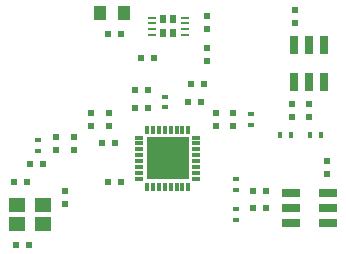
<source format=gtp>
G04 #@! TF.FileFunction,Paste,Top*
%FSLAX46Y46*%
G04 Gerber Fmt 4.6, Leading zero omitted, Abs format (unit mm)*
G04 Created by KiCad (PCBNEW 4.0.2-stable) date Sun 06 Mar 2016 06:46:28 PM HST*
%MOMM*%
G01*
G04 APERTURE LIST*
%ADD10C,0.100000*%
%ADD11R,0.600000X0.500000*%
%ADD12R,0.600000X0.400000*%
%ADD13R,1.000000X1.250000*%
%ADD14R,0.500000X0.600000*%
%ADD15R,0.400000X0.600000*%
%ADD16R,0.700000X0.250000*%
%ADD17R,0.498000X0.714000*%
%ADD18R,1.650000X0.760000*%
%ADD19R,0.760000X1.650000*%
%ADD20R,0.300000X0.700000*%
%ADD21R,0.700000X0.300000*%
%ADD22R,3.600000X3.600000*%
%ADD23R,1.400000X1.200000*%
G04 APERTURE END LIST*
D10*
D11*
X134900000Y-107600000D03*
X136000000Y-107600000D03*
X143800000Y-89750000D03*
X142700000Y-89750000D03*
D12*
X153550000Y-102050000D03*
X153550000Y-102950000D03*
D11*
X156100000Y-103000000D03*
X155000000Y-103000000D03*
D13*
X144050000Y-88000000D03*
X142050000Y-88000000D03*
D11*
X145500000Y-91750000D03*
X146600000Y-91750000D03*
D14*
X151050000Y-90950000D03*
X151050000Y-92050000D03*
X151050000Y-88250000D03*
X151050000Y-89350000D03*
D11*
X156100000Y-104500000D03*
X155000000Y-104500000D03*
D14*
X159750000Y-95700000D03*
X159750000Y-96800000D03*
X158250000Y-95700000D03*
X158250000Y-96800000D03*
X161250000Y-101550000D03*
X161250000Y-100450000D03*
D11*
X149500000Y-95500000D03*
X150600000Y-95500000D03*
D14*
X158500000Y-88800000D03*
X158500000Y-87700000D03*
D11*
X142700000Y-102250000D03*
X143800000Y-102250000D03*
X142200000Y-99000000D03*
X143300000Y-99000000D03*
D14*
X142750000Y-96450000D03*
X142750000Y-97550000D03*
X141250000Y-96450000D03*
X141250000Y-97550000D03*
D11*
X144950000Y-96000000D03*
X146050000Y-96000000D03*
X144950000Y-94500000D03*
X146050000Y-94500000D03*
D12*
X153550000Y-105450000D03*
X153550000Y-104550000D03*
D15*
X160700000Y-98250000D03*
X159800000Y-98250000D03*
X157300000Y-98250000D03*
X158200000Y-98250000D03*
D12*
X147500000Y-95050000D03*
X147500000Y-95950000D03*
D16*
X146400000Y-88345000D03*
X146400000Y-88845000D03*
X146400000Y-89345000D03*
X146400000Y-89845000D03*
X149200000Y-89845000D03*
X149200000Y-89345000D03*
X149200000Y-88845000D03*
X149200000Y-88345000D03*
D17*
X148215000Y-89690000D03*
X148215000Y-88500000D03*
X147385000Y-89690000D03*
X147385000Y-88500000D03*
D18*
X158160000Y-104500000D03*
X158160000Y-103230000D03*
X161340000Y-103230000D03*
X161340000Y-104500000D03*
X161340000Y-105770000D03*
X158160000Y-105770000D03*
D19*
X159750000Y-93840000D03*
X158480000Y-93840000D03*
X158480000Y-90660000D03*
X159750000Y-90660000D03*
X161020000Y-90660000D03*
X161020000Y-93840000D03*
D20*
X146000000Y-102650000D03*
X146500000Y-102650000D03*
X147000000Y-102650000D03*
X147500000Y-102650000D03*
X148000000Y-102650000D03*
X148500000Y-102650000D03*
X149000000Y-102650000D03*
X149500000Y-102650000D03*
D21*
X150150000Y-102000000D03*
X150150000Y-101500000D03*
X150150000Y-101000000D03*
X150150000Y-100500000D03*
X150150000Y-100000000D03*
X150150000Y-99500000D03*
X150150000Y-99000000D03*
X150150000Y-98500000D03*
D20*
X149500000Y-97850000D03*
X149000000Y-97850000D03*
X148500000Y-97850000D03*
X148000000Y-97850000D03*
X147500000Y-97850000D03*
X147000000Y-97850000D03*
X146500000Y-97850000D03*
X146000000Y-97850000D03*
D21*
X145350000Y-98500000D03*
X145350000Y-99000000D03*
X145350000Y-99500000D03*
X145350000Y-100000000D03*
X145350000Y-100500000D03*
X145350000Y-101000000D03*
X145350000Y-101500000D03*
X145350000Y-102000000D03*
D22*
X147750000Y-100250000D03*
D11*
X149700000Y-94000000D03*
X150800000Y-94000000D03*
X135800000Y-102250000D03*
X134700000Y-102250000D03*
D14*
X139050000Y-104150000D03*
X139050000Y-103050000D03*
D11*
X136050000Y-100750000D03*
X137150000Y-100750000D03*
D14*
X139800000Y-99550000D03*
X139800000Y-98450000D03*
X153300000Y-97550000D03*
X153300000Y-96450000D03*
X138300000Y-99550000D03*
X138300000Y-98450000D03*
X151800000Y-97550000D03*
X151800000Y-96450000D03*
D12*
X154800000Y-97450000D03*
X154800000Y-96550000D03*
X136800000Y-99650000D03*
X136800000Y-98750000D03*
D23*
X134950000Y-105800000D03*
X137150000Y-105800000D03*
X134950000Y-104200000D03*
X137150000Y-104200000D03*
M02*

</source>
